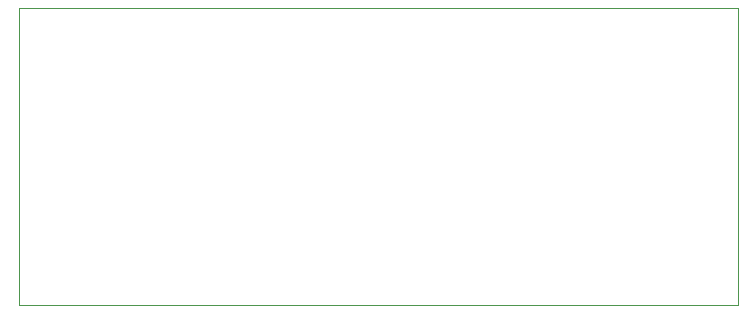
<source format=gm1>
G04 #@! TF.GenerationSoftware,KiCad,Pcbnew,7.0.9-7.0.9~ubuntu22.04.1*
G04 #@! TF.CreationDate,2023-12-22T22:10:03+01:00*
G04 #@! TF.ProjectId,v7-soc-8bit,76372d73-6f63-42d3-9862-69742e6b6963,rev?*
G04 #@! TF.SameCoordinates,Original*
G04 #@! TF.FileFunction,Profile,NP*
%FSLAX46Y46*%
G04 Gerber Fmt 4.6, Leading zero omitted, Abs format (unit mm)*
G04 Created by KiCad (PCBNEW 7.0.9-7.0.9~ubuntu22.04.1) date 2023-12-22 22:10:03*
%MOMM*%
%LPD*%
G01*
G04 APERTURE LIST*
G04 #@! TA.AperFunction,Profile*
%ADD10C,0.100000*%
G04 #@! TD*
G04 APERTURE END LIST*
D10*
X92900000Y-57650000D02*
X32000000Y-57650000D01*
X32000000Y-32500000D02*
X92900000Y-32500000D01*
X92900000Y-32500000D02*
X92900000Y-57650000D01*
X32000000Y-57650000D02*
X32000000Y-32500000D01*
M02*

</source>
